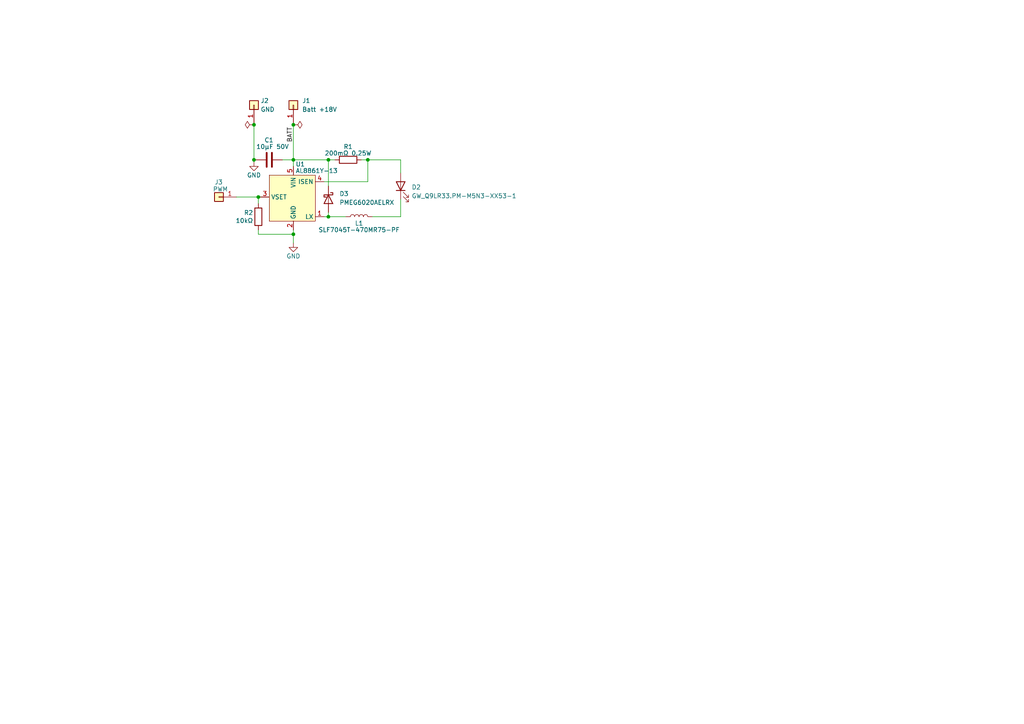
<source format=kicad_sch>
(kicad_sch (version 20230121) (generator eeschema)
  (paper "A4")
  (title_block (title "DeLight LED Driver") (company "Retronics - Bjørner Sandom"))
  (lib_symbols
    (symbol "Connector_Generic:Conn_01x01" (pin_names (offset 1.016) hide)
      (property "Reference" "J" (at 0 2.54 0))
      (property "Value" "Conn_01x01" (at 0 -2.54 0))
      (symbol "Conn_01x01_1_1"
        (rectangle (start -1.27 0.127) (end 0 -0.127) (stroke (width 0.1524)))
        (rectangle (start -1.27 1.27) (end 1.27 -1.27) (stroke (width 0.254)) (fill (type background)))
        (pin passive line (at -5.08 0 0) (length 3.81) (name "Pin_1") (number "1"))
      )
    )
    (symbol "Device:C" (pin_numbers hide) (pin_names (offset 0.254))
      (property "Reference" "C" (at 0.635 2.54 0))
      (property "Value" "C" (at 0.635 -2.54 0))
      (symbol "C_0_1"
        (polyline (pts (xy -2.032 -0.762) (xy 2.032 -0.762)) (stroke (width 0.508)))
        (polyline (pts (xy -2.032 0.762) (xy 2.032 0.762)) (stroke (width 0.508)))
      )
      (symbol "C_1_1"
        (pin passive line (at 0 3.81 270) (length 2.794) (name "~") (number "1"))
        (pin passive line (at 0 -3.81 90) (length 2.794) (name "~") (number "2"))
      )
    )
    (symbol "Device:D_Schottky" (pin_numbers hide) (pin_names (offset 1.016) hide)
      (property "Reference" "D" (at 0 2.54 0))
      (property "Value" "D_Schottky" (at 0 -2.54 0))
      (symbol "D_Schottky_0_1"
        (polyline (pts (xy 1.27 0) (xy -1.27 0)))
        (polyline (pts (xy 1.27 1.27) (xy 1.27 -1.27) (xy -1.27 0) (xy 1.27 1.27)) (stroke (width 0.254)))
        (polyline (pts (xy -1.905 0.635) (xy -1.905 1.27) (xy -1.27 1.27) (xy -1.27 -1.27) (xy -0.635 -1.27) (xy -0.635 -0.635)) (stroke (width 0.254)))
      )
      (symbol "D_Schottky_1_1"
        (pin passive line (at -3.81 0 0) (length 2.54) (name "K") (number "1"))
        (pin passive line (at 3.81 0 180) (length 2.54) (name "A") (number "2"))
      )
    )
    (symbol "Device:L" (pin_numbers hide) (pin_names (offset 1.016) hide)
      (property "Reference" "L" (at -1.27 0 90))
      (property "Value" "L" (at 1.905 0 90))
      (symbol "L_0_1"
        (arc (start 0 -2.54) (mid 0.6323 -1.905) (end 0 -1.27))
        (arc (start 0 -1.27) (mid 0.6323 -0.635) (end 0 0))
        (arc (start 0 0) (mid 0.6323 0.635) (end 0 1.27))
        (arc (start 0 1.27) (mid 0.6323 1.905) (end 0 2.54))
      )
      (symbol "L_1_1"
        (pin passive line (at 0 3.81 270) (length 1.27) (name "1") (number "1"))
        (pin passive line (at 0 -3.81 90) (length 1.27) (name "2") (number "2"))
      )
    )
    (symbol "Device:LED" (pin_numbers hide) (pin_names (offset 1.016) hide)
      (property "Reference" "D" (at 0 2.54 0))
      (property "Value" "LED" (at 0 -2.54 0))
      (symbol "LED_0_1"
        (polyline (pts (xy -1.27 -1.27) (xy -1.27 1.27)) (stroke (width 0.254)))
        (polyline (pts (xy -1.27 0) (xy 1.27 0)))
        (polyline (pts (xy 1.27 -1.27) (xy 1.27 1.27) (xy -1.27 0) (xy 1.27 -1.27)) (stroke (width 0.254)))
        (polyline (pts (xy -3.048 -0.762) (xy -4.572 -2.286) (xy -3.81 -2.286) (xy -4.572 -2.286) (xy -4.572 -1.524)))
        (polyline (pts (xy -1.778 -0.762) (xy -3.302 -2.286) (xy -2.54 -2.286) (xy -3.302 -2.286) (xy -3.302 -1.524)))
      )
      (symbol "LED_1_1"
        (pin passive line (at -3.81 0 0) (length 2.54) (name "K") (number "1"))
        (pin passive line (at 3.81 0 180) (length 2.54) (name "A") (number "2"))
      )
    )
    (symbol "Device:R" (pin_numbers hide) (pin_names (offset 0))
      (property "Reference" "R" (at 2.032 0 90))
      (property "Value" "R" (at 0 0 90))
      (symbol "R_0_1"
        (rectangle (start -1.016 -2.54) (end 1.016 2.54) (stroke (width 0.254)))
      )
      (symbol "R_1_1"
        (pin passive line (at 0 3.81 270) (length 1.27) (name "~") (number "1"))
        (pin passive line (at 0 -3.81 90) (length 1.27) (name "~") (number "2"))
      )
    )
    (symbol "Retronics_IC_Power:AL8861Y-13"
      (property "Reference" "U" (at -9.525 -8.89 0))
      (property "Value" "AL8861Y-13" (at -8.89 -10.795 0))
      (symbol "AL8861Y-13_1_1"
        (rectangle (start 0 5.08) (end 13.335 -8.255) (fill (type background)))
        (pin passive line (at 15.875 -6.985 180) (length 2.54) (name "LX") (number "1"))
        (pin power_in line (at 6.985 -10.795 90) (length 2.54) (name "GND") (number "2"))
        (pin passive line (at -2.54 -1.27 0) (length 2.54) (name "VSET") (number "3"))
        (pin passive line (at 15.875 3.175 180) (length 2.54) (name "ISEN") (number "4"))
        (pin power_in line (at 6.985 7.62 270) (length 2.54) (name "VIN") (number "5"))
      )
    )
    (symbol "power:GND" (power) (pin_names (offset 0))
      (property "Value" "GND" (at 0 -3.81 0))
      (symbol "GND_0_1"
        (polyline (pts (xy 0 0) (xy 0 -1.27) (xy 1.27 -1.27) (xy 0 -2.54) (xy -1.27 -1.27) (xy 0 -1.27)))
      )
      (symbol "GND_1_1"
        (pin power_in line (at 0 0 270) (length 0) hide (name "GND") (number "1"))
      )
    )
    (symbol "power:PWR_FLAG" (power) (pin_numbers hide) (pin_names (offset 0) hide)
      (property "Value" "PWR_FLAG" (at 0 3.81 0))
      (symbol "PWR_FLAG_0_0"
        (pin power_out line (at 0 0 90) (length 0) (name "pwr") (number "1"))
      )
      (symbol "PWR_FLAG_0_1"
        (polyline (pts (xy 0 0) (xy 0 1.27) (xy -1.016 1.905) (xy 0 2.54) (xy 1.016 1.905) (xy 0 1.27)))
      )
    )
  )
  (junction (at 85.09 46.355))
  (junction (at 74.93 57.15))
  (junction (at 95.25 46.355))
  (junction (at 95.25 62.865))
  (junction (at 73.66 46.355))
  (junction (at 106.68 46.355))
  (junction (at 85.09 67.945))
  (junction (at 85.09 36.195))
  (junction (at 73.66 36.195))
  (wire (pts (xy 107.95 62.865) (xy 116.205 62.865)))
  (wire (pts (xy 85.09 46.355) (xy 85.09 48.26)))
  (wire (pts (xy 106.68 52.705) (xy 106.68 46.355)))
  (wire (pts (xy 104.775 46.355) (xy 106.68 46.355)))
  (wire (pts (xy 73.66 35.56) (xy 73.66 36.195)))
  (wire (pts (xy 85.09 35.56) (xy 85.09 36.195)))
  (wire (pts (xy 81.915 46.355) (xy 85.09 46.355)))
  (wire (pts (xy 74.93 57.15) (xy 75.565 57.15)))
  (wire (pts (xy 73.66 36.195) (xy 73.66 46.355)))
  (wire (pts (xy 95.25 46.355) (xy 97.155 46.355)))
  (wire (pts (xy 74.93 59.055) (xy 74.93 57.15)))
  (wire (pts (xy 93.98 62.865) (xy 95.25 62.865)))
  (wire (pts (xy 116.205 46.355) (xy 116.205 50.165)))
  (wire (pts (xy 106.68 46.355) (xy 116.205 46.355)))
  (wire (pts (xy 95.25 46.355) (xy 95.25 53.975)))
  (wire (pts (xy 74.93 66.675) (xy 74.93 67.945)))
  (wire (pts (xy 85.09 70.485) (xy 85.09 67.945)))
  (wire (pts (xy 95.25 62.865) (xy 100.33 62.865)))
  (wire (pts (xy 93.98 52.705) (xy 106.68 52.705)))
  (wire (pts (xy 85.09 67.945) (xy 85.09 66.675)))
  (wire (pts (xy 68.58 57.15) (xy 74.93 57.15)))
  (wire (pts (xy 73.66 46.355) (xy 73.66 46.99)))
  (wire (pts (xy 85.09 46.355) (xy 95.25 46.355)))
  (wire (pts (xy 73.66 46.355) (xy 74.295 46.355)))
  (wire (pts (xy 116.205 57.785) (xy 116.205 62.865)))
  (wire (pts (xy 74.93 67.945) (xy 85.09 67.945)))
  (wire (pts (xy 85.09 36.195) (xy 85.09 46.355)))
  (wire (pts (xy 95.25 61.595) (xy 95.25 62.865)))
  (label "BATT" (at 85.09 41.275 90))
  (symbol (lib_id "Device:LED") (at 116.205 53.975 90) (unit 1)
    (property "Reference" "D2" (at 119.38 54.2925 90) (effects (justify right)))
    (property "Value" "GW_Q9LR33.PM-M5N3-XX53-1" (at 119.38 56.8325 90) (effects (justify right)))
    (property "Footprint" "Retronics_Optoelectronics:LED_GW_Q9LR33.PM-M5N3-XX53-1" (effects hide))
  )
  (symbol (lib_id "Connector_Generic:Conn_01x01") (at 63.5 57.15 180) (unit 1)
    (property "Reference" "J3" (at 62.23 52.832 0) (effects (justify right)))
    (property "Value" "PWM" (at 61.722 54.864 0) (effects (justify right)))
    (property "Footprint" "TestPoint:TestPoint_Pad_2.5x2.5mm" (effects hide))
  )
  (symbol (lib_id "Device:R") (at 74.93 62.865 0) (mirror x) (unit 1)
    (property "Reference" "R2" (at 73.4314 61.6966 0) (effects (justify right)))
    (property "Value" "10kΩ" (at 73.4314 64.008 0) (effects (justify right)))
    (property "Footprint" "Retronics_Passives:R_0603_1608Metric_Pad0.98x0.95mm_HandSolder" (effects hide))
  )
  (symbol (lib_id "Retronics_IC_Power:AL8861Y-13") (at 78.105 55.88 0) (unit 1)
    (property "Reference" "U1" (at 85.725 47.625 0) (effects (justify left)))
    (property "Value" "AL8861Y-13" (at 85.725 49.53 0) (effects (justify left)))
    (property "Footprint" "Retronics_IC_Power:SOT89-5" (effects hide))
  )
  (symbol (lib_id "power:PWR_FLAG") (at 85.09 36.195 270) (unit 1)
    (property "Reference" "#FLG02" (effects hide))
    (property "Value" "PWR_FLAG" (effects hide))
  )
  (symbol (lib_id "Connector_Generic:Conn_01x01") (at 85.09 30.48 90) (unit 1)
    (property "Reference" "J1" (at 87.63 29.21 90) (effects (justify right)))
    (property "Value" "Batt +18V" (at 87.63 31.75 90) (effects (justify right)))
    (property "Footprint" "TestPoint:TestPoint_Pad_2.5x2.5mm" (effects hide))
  )
  (symbol (lib_id "Device:D_Schottky") (at 95.25 57.785 270) (unit 1)
    (property "Reference" "D3" (at 98.425 56.1975 90) (effects (justify left)))
    (property "Value" "PMEG6020AELRX" (at 98.425 58.7375 90) (effects (justify left)))
    (property "Footprint" "Retronics_Discrete:Nexperia_CFP3_SOD-123W" (effects hide))
  )
  (symbol (lib_id "Device:L") (at 104.14 62.865 90) (unit 1)
    (property "Reference" "L1" (at 104.14 64.77 90))
    (property "Value" "SLF7045T-470MR75-PF" (at 104.14 66.675 90))
    (property "Footprint" "Retronics_Passives:SLF7032_7045" (effects hide))
  )
  (symbol (lib_id "Device:R") (at 100.965 46.355 90) (unit 1)
    (property "Reference" "R1" (at 100.965 42.545 90))
    (property "Value" "200mΩ 0.25W" (at 100.965 44.45 90))
    (property "Footprint" "Retronics_Passives:R_1206_3216Metric_Pad1.30x1.75mm_HandSolder" (effects hide))
  )
  (symbol (lib_id "power:PWR_FLAG") (at 73.66 36.195 90) (unit 1)
    (property "Reference" "#FLG01" (effects hide))
    (property "Value" "PWR_FLAG" (effects hide))
  )
  (symbol (lib_id "power:GND") (at 85.09 70.485 0) (unit 1)
    (property "Reference" "#PWR03" (effects hide))
    (property "Value" "GND" (at 85.09 74.295 0))
  )
  (symbol (lib_id "Device:C") (at 78.105 46.355 90) (unit 1)
    (property "Reference" "C1" (at 79.375 40.64 90) (effects (justify left)))
    (property "Value" "10µF 50V" (at 83.82 42.545 90) (effects (justify left)))
    (property "Footprint" "Retronics_Passives:C_0805_2012Metric_Pad1.18x1.45mm_HandSolder" (effects hide))
  )
  (symbol (lib_id "power:GND") (at 73.66 46.99 0) (mirror y) (unit 1)
    (property "Reference" "#PWR02" (effects hide))
    (property "Value" "GND" (at 73.66 50.8 0))
  )
  (symbol (lib_id "Connector_Generic:Conn_01x01") (at 73.66 30.48 90) (unit 1)
    (property "Reference" "J2" (at 75.565 29.21 90) (effects (justify right)))
    (property "Value" "GND" (at 75.565 31.75 90) (effects (justify right)))
    (property "Footprint" "TestPoint:TestPoint_Pad_2.5x2.5mm" (effects hide))
  )
)
</source>
